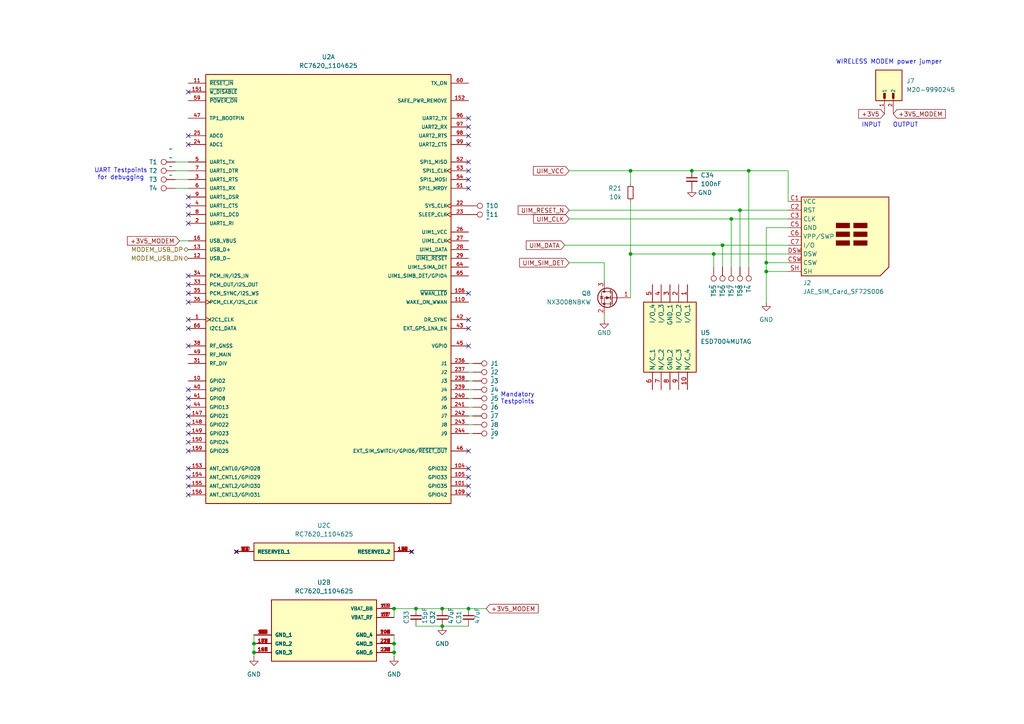
<source format=kicad_sch>
(kicad_sch (version 20250114) (generator "eeschema") (generator_version "9.0")
  (paper "A4")
  (lib_symbols
    (symbol "Connector:JAE_SIM_Card_SF72S006"
      (property "Reference" "J" (at 5.08 12.7 0))
      (property "Value" "JAE_SIM_Card_SF72S006" (at 30.48 12.7 0))
      (symbol "JAE_SIM_Card_SF72S006_0_1"
        (polyline (pts (xy 3.81 11.43) (xy 3.81 -11.43) (xy 26.67 -11.43) (xy 29.21 -8.89) (xy 29.21 11.43) (xy 3.81 11.43)) (stroke (width 0.254)) (fill (type background)))
        (rectangle (start 13.97 2.54) (end 17.78 3.81) (stroke (width 0.254)) (fill (type outline)))
        (rectangle (start 13.97 0) (end 17.78 1.27) (stroke (width 0.254)) (fill (type outline)))
        (rectangle (start 13.97 -2.54) (end 17.78 -1.27) (stroke (width 0.254)) (fill (type outline)))
        (rectangle (start 19.05 2.54) (end 22.86 3.81) (stroke (width 0.254)) (fill (type outline)))
        (rectangle (start 19.05 0) (end 22.86 1.27) (stroke (width 0.254)) (fill (type outline)))
        (rectangle (start 19.05 -1.27) (end 22.86 -2.54) (stroke (width 0.254)) (fill (type outline)))
      )
      (symbol "JAE_SIM_Card_SF72S006_1_1"
        (pin power_in line (at 0 10.16 0) (length 3.81) (name "VCC") (number "C1"))
        (pin input line (at 0 7.62 0) (length 3.81) (name "RST") (number "C2"))
        (pin input line (at 0 5.08 0) (length 3.81) (name "CLK") (number "C3"))
        (pin power_in line (at 0 2.54 0) (length 3.81) (name "GND") (number "C5"))
        (pin bidirectional line (at 0 0 0) (length 3.81) (name "VPP/SWP") (number "C6"))
        (pin bidirectional line (at 0 -2.54 0) (length 3.81) (name "I/O") (number "C7"))
        (pin passive line (at 0 -5.08 0) (length 3.81) (name "DSW") (number "DSW"))
        (pin passive line (at 0 -7.62 0) (length 3.81) (name "CSW") (number "CSW"))
        (pin passive line (at 0 -10.16 0) (length 3.81) (name "SH") (number "SH"))
      )
    )
    (symbol "Connector:TestPoint" (pin_numbers (hide yes)) (pin_names (offset 0.762) (hide yes))
      (property "Reference" "TP" (at 0 6.858 0))
      (property "Value" "TestPoint" (at 0 5.08 0))
      (symbol "TestPoint_0_1"
        (circle (center 0 3.302) (radius 0.762))
      )
      (symbol "TestPoint_1_1"
        (pin passive line (at 0 0 90) (length 2.54) (name "1") (number "1"))
      )
    )
    (symbol "Device:C_Small" (pin_numbers (hide yes)) (pin_names (offset 0.254) (hide yes))
      (property "Reference" "C" (at 0.254 1.778 0))
      (property "Value" "C_Small" (at 0.254 -2.032 0))
      (symbol "C_Small_0_1"
        (polyline (pts (xy -1.524 0.508) (xy 1.524 0.508)) (stroke (width 0.3048)))
        (polyline (pts (xy -1.524 -0.508) (xy 1.524 -0.508)) (stroke (width 0.3302)))
      )
      (symbol "C_Small_1_1"
        (pin passive line (at 0 2.54 270) (length 2.032) (name "~") (number "1"))
        (pin passive line (at 0 -2.54 90) (length 2.032) (name "~") (number "2"))
      )
    )
    (symbol "Device:Q_NMOS_GSD" (pin_names (offset 0) (hide yes))
      (property "Reference" "Q" (at 5.08 1.27 0))
      (property "Value" "Q_NMOS_GSD" (at 5.08 -1.27 0))
      (symbol "Q_NMOS_GSD_0_1"
        (polyline (pts (xy 0.254 1.905) (xy 0.254 -1.905)) (stroke (width 0.254)))
        (polyline (pts (xy 0.254 0) (xy -2.54 0)))
        (polyline (pts (xy 0.762 2.286) (xy 0.762 1.27)) (stroke (width 0.254)))
        (polyline (pts (xy 0.762 0.508) (xy 0.762 -0.508)) (stroke (width 0.254)))
        (polyline (pts (xy 0.762 -1.27) (xy 0.762 -2.286)) (stroke (width 0.254)))
        (polyline (pts (xy 0.762 -1.778) (xy 3.302 -1.778) (xy 3.302 1.778) (xy 0.762 1.778)))
        (polyline (pts (xy 1.016 0) (xy 2.032 0.381) (xy 2.032 -0.381) (xy 1.016 0)) (fill (type outline)))
        (circle (center 1.651 0) (radius 2.794) (stroke (width 0.254)))
        (polyline (pts (xy 2.54 2.54) (xy 2.54 1.778)))
        (circle (center 2.54 1.778) (radius 0.254) (fill (type outline)))
        (circle (center 2.54 -1.778) (radius 0.254) (fill (type outline)))
        (polyline (pts (xy 2.54 -2.54) (xy 2.54 0) (xy 0.762 0)))
        (polyline (pts (xy 2.794 0.508) (xy 2.921 0.381) (xy 3.683 0.381) (xy 3.81 0.254)))
        (polyline (pts (xy 3.302 0.381) (xy 2.921 -0.254) (xy 3.683 -0.254) (xy 3.302 0.381)))
      )
      (symbol "Q_NMOS_GSD_1_1"
        (pin input line (at -5.08 0 0) (length 2.54) (name "G") (number "1"))
        (pin passive line (at 2.54 5.08 270) (length 2.54) (name "D") (number "3"))
        (pin passive line (at 2.54 -5.08 90) (length 2.54) (name "S") (number "2"))
      )
    )
    (symbol "Device:R_Small" (pin_numbers (hide yes)) (pin_names (offset 0.254) (hide yes))
      (property "Reference" "R" (at 0.762 0.508 0))
      (property "Value" "R_Small" (at 0.762 -1.016 0))
      (symbol "R_Small_0_1"
        (rectangle (start -0.762 1.778) (end 0.762 -1.778) (stroke (width 0.2032)))
      )
      (symbol "R_Small_1_1"
        (pin passive line (at 0 2.54 270) (length 0.762) (name "~") (number "1"))
        (pin passive line (at 0 -2.54 90) (length 0.762) (name "~") (number "2"))
      )
    )
    (symbol "ESD7004MUTAG:ESD7004MUTAG"
      (property "Reference" "U" (at 26.67 7.62 0))
      (property "Value" "ESD7004MUTAG" (at 26.67 5.08 0))
      (symbol "ESD7004MUTAG_1_1"
        (rectangle (start 5.08 2.54) (end 25.4 -12.7) (stroke (width 0.254)) (fill (type background)))
        (pin passive line (at 0 0 0) (length 5.08) (name "I/O_1") (number "1"))
        (pin passive line (at 0 -2.54 0) (length 5.08) (name "I/O_2") (number "2"))
        (pin passive line (at 0 -5.08 0) (length 5.08) (name "GND_1") (number "3"))
        (pin passive line (at 0 -7.62 0) (length 5.08) (name "I/O_3") (number "4"))
        (pin passive line (at 0 -10.16 0) (length 5.08) (name "I/O_4") (number "5"))
        (pin passive line (at 30.48 0 180) (length 5.08) (name "N/C_4") (number "10"))
        (pin passive line (at 30.48 -2.54 180) (length 5.08) (name "N/C_3") (number "9"))
        (pin passive line (at 30.48 -5.08 180) (length 5.08) (name "GND_2") (number "8"))
        (pin passive line (at 30.48 -7.62 180) (length 5.08) (name "N/C_2") (number "7"))
        (pin passive line (at 30.48 -10.16 180) (length 5.08) (name "N/C_1") (number "6"))
      )
    )
    (symbol "M20-9990245:M20-9990245" (pin_names (offset 1.016))
      (property "Reference" "J" (at -5.08 5.842 0))
      (property "Value" "M20-9990245" (at -5.08 -5.08 0))
      (symbol "M20-9990245_0_0"
        (rectangle (start -3.81 -2.54) (end 5.08 5.08) (stroke (width 0.254)) (fill (type background)))
        (rectangle (start -3.175 2.2225) (end -1.5875 2.8575) (stroke (width 0.1)) (fill (type outline)))
        (rectangle (start -3.175 -0.3175) (end -1.5875 0.3175) (stroke (width 0.1)) (fill (type outline)))
        (pin passive line (at -7.62 2.54 0) (length 5.08) (name "1") (number "1"))
        (pin passive line (at -7.62 0 0) (length 5.08) (name "2") (number "2"))
      )
    )
    (symbol "RC7620_1104625:RC7620_1104625" (pin_names (offset 1.016))
      (property "Reference" "U" (at -35.56 61.722 0))
      (property "Value" "RC7620_1104625" (at -35.56 -66.04 0))
      (symbol "RC7620_1104625_1_0"
        (rectangle (start -35.56 -63.5) (end 35.56 60.96) (stroke (width 0.254)) (fill (type background)))
        (pin input line (at -40.64 58.42 0) (length 5.08) (name "~{RESET_IN}") (number "11"))
        (pin input line (at -40.64 55.88 0) (length 5.08) (name "~{W_DISABLE}") (number "151"))
        (pin input line (at -40.64 53.34 0) (length 5.08) (name "~{POWER_ON}") (number "59"))
        (pin input line (at -40.64 48.26 0) (length 5.08) (name "TP1_BOOTPIN") (number "47"))
        (pin input line (at -40.64 43.18 0) (length 5.08) (name "ADC0") (number "25"))
        (pin input line (at -40.64 40.64 0) (length 5.08) (name "ADC1") (number "24"))
        (pin input line (at -40.64 35.56 0) (length 5.08) (name "UART1_TX") (number "5"))
        (pin input line (at -40.64 33.02 0) (length 5.08) (name "UART1_DTR") (number "7"))
        (pin input line (at -40.64 30.48 0) (length 5.08) (name "UART1_RTS") (number "3"))
        (pin output line (at -40.64 27.94 0) (length 5.08) (name "UART1_RX") (number "6"))
        (pin output line (at -40.64 25.4 0) (length 5.08) (name "UART1_DSR") (number "9"))
        (pin output line (at -40.64 22.86 0) (length 5.08) (name "UART1_CTS") (number "4"))
        (pin output line (at -40.64 20.32 0) (length 5.08) (name "UART1_DCD") (number "8"))
        (pin output line (at -40.64 17.78 0) (length 5.08) (name "UART1_RI") (number "2"))
        (pin power_in line (at -40.64 12.7 0) (length 5.08) (name "USB_VBUS") (number "16"))
        (pin bidirectional line (at -40.64 10.16 0) (length 5.08) (name "USB_D+") (number "13"))
        (pin bidirectional line (at -40.64 7.62 0) (length 5.08) (name "USB_D-") (number "12"))
        (pin input line (at -40.64 2.54 0) (length 5.08) (name "PCM_IN/I2S_IN") (number "34"))
        (pin output line (at -40.64 0 0) (length 5.08) (name "PCM_OUT/I2S_OUT") (number "33"))
        (pin output line (at -40.64 -2.54 0) (length 5.08) (name "PCM_SYNC/I2S_WS") (number "35"))
        (pin output clock (at -40.64 -5.08 0) (length 5.08) (name "PCM_CLK/I2S_CLK") (number "36"))
        (pin bidirectional clock (at -40.64 -10.16 0) (length 5.08) (name "I2C1_CLK") (number "1"))
        (pin bidirectional line (at -40.64 -12.7 0) (length 5.08) (name "I2C1_DATA") (number "66"))
        (pin input line (at -40.64 -17.78 0) (length 5.08) (name "RF_GNSS") (number "38"))
        (pin bidirectional line (at -40.64 -20.32 0) (length 5.08) (name "RF_MAIN") (number "49"))
        (pin input line (at -40.64 -22.86 0) (length 5.08) (name "RF_DIV") (number "31"))
        (pin bidirectional line (at -40.64 -27.94 0) (length 5.08) (name "GPIO2") (number "10"))
        (pin bidirectional line (at -40.64 -30.48 0) (length 5.08) (name "GPIO7") (number "40"))
        (pin bidirectional line (at -40.64 -33.02 0) (length 5.08) (name "GPIO8") (number "41"))
        (pin bidirectional line (at -40.64 -35.56 0) (length 5.08) (name "GPIO13") (number "44"))
        (pin bidirectional line (at -40.64 -38.1 0) (length 5.08) (name "GPIO21") (number "147"))
        (pin bidirectional line (at -40.64 -40.64 0) (length 5.08) (name "GPIO22") (number "148"))
        (pin bidirectional line (at -40.64 -43.18 0) (length 5.08) (name "GPIO23") (number "149"))
        (pin bidirectional line (at -40.64 -45.72 0) (length 5.08) (name "GPIO24") (number "150"))
        (pin bidirectional line (at -40.64 -48.26 0) (length 5.08) (name "GPIO25") (number "159"))
        (pin bidirectional line (at -40.64 -53.34 0) (length 5.08) (name "ANT_CNTL0/GPIO28") (number "153"))
        (pin bidirectional line (at -40.64 -55.88 0) (length 5.08) (name "ANT_CNTL1/GPIO29") (number "154"))
        (pin bidirectional line (at -40.64 -58.42 0) (length 5.08) (name "ANT_CNTL2/GPIO30") (number "155"))
        (pin bidirectional line (at -40.64 -60.96 0) (length 5.08) (name "ANT_CNTL3/GPIO31") (number "156"))
        (pin output line (at 40.64 58.42 180) (length 5.08) (name "TX_ON") (number "60"))
        (pin output line (at 40.64 53.34 180) (length 5.08) (name "SAFE_PWR_REMOVE") (number "152"))
        (pin input line (at 40.64 48.26 180) (length 5.08) (name "UART2_TX") (number "96"))
        (pin output line (at 40.64 45.72 180) (length 5.08) (name "UART2_RX") (number "97"))
        (pin input line (at 40.64 43.18 180) (length 5.08) (name "UART2_RTS") (number "98"))
        (pin output line (at 40.64 40.64 180) (length 5.08) (name "UART2_CTS") (number "99"))
        (pin input line (at 40.64 35.56 180) (length 5.08) (name "SPI1_MISO") (number "52"))
        (pin output clock (at 40.64 33.02 180) (length 5.08) (name "SPI1_CLK") (number "53"))
        (pin output line (at 40.64 30.48 180) (length 5.08) (name "SPI1_MOSI") (number "54"))
        (pin output line (at 40.64 27.94 180) (length 5.08) (name "SPI1_MRDY") (number "51"))
        (pin output clock (at 40.64 22.86 180) (length 5.08) (name "SYS_CLK") (number "22"))
        (pin output clock (at 40.64 20.32 180) (length 5.08) (name "SLEEP_CLK") (number "23"))
        (pin power_in line (at 40.64 15.24 180) (length 5.08) (name "UIM1_VCC") (number "26"))
        (pin output clock (at 40.64 12.7 180) (length 5.08) (name "UIM1_CLK") (number "27"))
        (pin bidirectional line (at 40.64 10.16 180) (length 5.08) (name "UIM1_DATA") (number "28"))
        (pin output line (at 40.64 7.62 180) (length 5.08) (name "~{UIM1_RESET}") (number "29"))
        (pin input line (at 40.64 5.08 180) (length 5.08) (name "UIM1_SIMA_DET") (number "64"))
        (pin input line (at 40.64 2.54 180) (length 5.08) (name "UIM1_SIMB_DET/GPIO4") (number "65"))
        (pin output line (at 40.64 -2.54 180) (length 5.08) (name "~{WWAN_LED}") (number "106"))
        (pin output line (at 40.64 -5.08 180) (length 5.08) (name "WAKE_ON_WWAN") (number "110"))
        (pin output line (at 40.64 -10.16 180) (length 5.08) (name "DR_SYNC") (number "42"))
        (pin output line (at 40.64 -12.7 180) (length 5.08) (name "EXT_GPS_LNA_EN") (number "43"))
        (pin output line (at 40.64 -17.78 180) (length 5.08) (name "VGPIO") (number "45"))
        (pin bidirectional line (at 40.64 -22.86 180) (length 5.08) (name "J1") (number "236"))
        (pin bidirectional line (at 40.64 -25.4 180) (length 5.08) (name "J2") (number "237"))
        (pin bidirectional line (at 40.64 -27.94 180) (length 5.08) (name "J3") (number "238"))
        (pin bidirectional line (at 40.64 -30.48 180) (length 5.08) (name "J4") (number "239"))
        (pin bidirectional line (at 40.64 -33.02 180) (length 5.08) (name "J5") (number "240"))
        (pin bidirectional line (at 40.64 -35.56 180) (length 5.08) (name "J6") (number "241"))
        (pin bidirectional line (at 40.64 -38.1 180) (length 5.08) (name "J7") (number "242"))
        (pin bidirectional line (at 40.64 -40.64 180) (length 5.08) (name "J8") (number "243"))
        (pin bidirectional line (at 40.64 -43.18 180) (length 5.08) (name "J9") (number "244"))
        (pin bidirectional line (at 40.64 -48.26 180) (length 5.08) (name "EXT_SIM_SWITCH/GPIO6/~{RESET_OUT}") (number "46"))
        (pin bidirectional line (at 40.64 -53.34 180) (length 5.08) (name "GPIO32") (number "104"))
        (pin bidirectional line (at 40.64 -55.88 180) (length 5.08) (name "GPIO33") (number "105"))
        (pin bidirectional line (at 40.64 -58.42 180) (length 5.08) (name "GPIO35") (number "101"))
        (pin bidirectional line (at 40.64 -60.96 180) (length 5.08) (name "GPIO42") (number "109"))
      )
      (symbol "RC7620_1104625_2_0"
        (rectangle (start -15.24 -7.62) (end 15.24 10.16) (stroke (width 0.254)) (fill (type background)))
        (pin power_in line (at -20.32 0 0) (length 5.08) (name "GND_1") (number "111"))
        (pin power_in line (at -20.32 0 0) (length 5.08) (name "GND_1") (number "113"))
        (pin power_in line (at -20.32 0 0) (length 5.08) (name "GND_1") (number "125"))
        (pin power_in line (at -20.32 0 0) (length 5.08) (name "GND_1") (number "128"))
        (pin power_in line (at -20.32 0 0) (length 5.08) (name "GND_1") (number "136"))
        (pin power_in line (at -20.32 0 0) (length 5.08) (name "GND_1") (number "30"))
        (pin power_in line (at -20.32 0 0) (length 5.08) (name "GND_1") (number "32"))
        (pin power_in line (at -20.32 0 0) (length 5.08) (name "GND_1") (number "37"))
        (pin power_in line (at -20.32 0 0) (length 5.08) (name "GND_1") (number "39"))
        (pin power_in line (at -20.32 0 0) (length 5.08) (name "GND_1") (number "48"))
        (pin power_in line (at -20.32 0 0) (length 5.08) (name "GND_1") (number "50"))
        (pin power_in line (at -20.32 0 0) (length 5.08) (name "GND_1") (number "67"))
        (pin power_in line (at -20.32 0 0) (length 5.08) (name "GND_1") (number "68"))
        (pin power_in line (at -20.32 0 0) (length 5.08) (name "GND_1") (number "69"))
        (pin power_in line (at -20.32 0 0) (length 5.08) (name "GND_1") (number "70"))
        (pin power_in line (at -20.32 -2.54 0) (length 5.08) (name "GND_2") (number "139"))
        (pin power_in line (at -20.32 -2.54 0) (length 5.08) (name "GND_2") (number "167"))
        (pin power_in line (at -20.32 -2.54 0) (length 5.08) (name "GND_2") (number "168"))
        (pin power_in line (at -20.32 -2.54 0) (length 5.08) (name "GND_2") (number "169"))
        (pin power_in line (at -20.32 -2.54 0) (length 5.08) (name "GND_2") (number "170"))
        (pin power_in line (at -20.32 -2.54 0) (length 5.08) (name "GND_2") (number "171"))
        (pin power_in line (at -20.32 -2.54 0) (length 5.08) (name "GND_2") (number "172"))
        (pin power_in line (at -20.32 -2.54 0) (length 5.08) (name "GND_2") (number "173"))
        (pin power_in line (at -20.32 -2.54 0) (length 5.08) (name "GND_2") (number "174"))
        (pin power_in line (at -20.32 -2.54 0) (length 5.08) (name "GND_2") (number "175"))
        (pin power_in line (at -20.32 -2.54 0) (length 5.08) (name "GND_2") (number "176"))
        (pin power_in line (at -20.32 -2.54 0) (length 5.08) (name "GND_2") (number "177"))
        (pin power_in line (at -20.32 -2.54 0) (length 5.08) (name "GND_2") (number "178"))
        (pin power_in line (at -20.32 -2.54 0) (length 5.08) (name "GND_2") (number "179"))
        (pin power_in line (at -20.32 -2.54 0) (length 5.08) (name "GND_2") (number "180"))
        (pin power_in line (at -20.32 -5.08 0) (length 5.08) (name "GND_3") (number "181"))
        (pin power_in line (at -20.32 -5.08 0) (length 5.08) (name "GND_3") (number "182"))
        (pin power_in line (at -20.32 -5.08 0) (length 5.08) (name "GND_3") (number "183"))
        (pin power_in line (at -20.32 -5.08 0) (length 5.08) (name "GND_3") (number "184"))
        (pin power_in line (at -20.32 -5.08 0) (length 5.08) (name "GND_3") (number "185"))
        (pin power_in line (at -20.32 -5.08 0) (length 5.08) (name "GND_3") (number "186"))
        (pin power_in line (at -20.32 -5.08 0) (length 5.08) (name "GND_3") (number "187"))
        (pin power_in line (at -20.32 -5.08 0) (length 5.08) (name "GND_3") (number "188"))
        (pin power_in line (at -20.32 -5.08 0) (length 5.08) (name "GND_3") (number "189"))
        (pin power_in line (at -20.32 -5.08 0) (length 5.08) (name "GND_3") (number "190"))
        (pin power_in line (at -20.32 -5.08 0) (length 5.08) (name "GND_3") (number "191"))
        (pin power_in line (at -20.32 -5.08 0) (length 5.08) (name "GND_3") (number "192"))
        (pin power_in line (at -20.32 -5.08 0) (length 5.08) (name "GND_3") (number "193"))
        (pin power_in line (at -20.32 -5.08 0) (length 5.08) (name "GND_3") (number "194"))
        (pin power_in line (at 20.32 7.62 180) (length 5.08) (name "VBAT_BB") (number "158"))
        (pin power_in line (at 20.32 7.62 180) (length 5.08) (name "VBAT_BB") (number "63"))
        (pin power_in line (at 20.32 5.08 180) (length 5.08) (name "VBAT_RF") (number "157"))
        (pin power_in line (at 20.32 5.08 180) (length 5.08) (name "VBAT_RF") (number "61"))
        (pin power_in line (at 20.32 5.08 180) (length 5.08) (name "VBAT_RF") (number "62"))
        (pin power_in line (at 20.32 0 180) (length 5.08) (name "GND_4") (number "195"))
        (pin power_in line (at 20.32 0 180) (length 5.08) (name "GND_4") (number "196"))
        (pin power_in line (at 20.32 0 180) (length 5.08) (name "GND_4") (number "197"))
        (pin power_in line (at 20.32 0 180) (length 5.08) (name "GND_4") (number "198"))
        (pin power_in line (at 20.32 0 180) (length 5.08) (name "GND_4") (number "199"))
        (pin power_in line (at 20.32 0 180) (length 5.08) (name "GND_4") (number "200"))
        (pin power_in line (at 20.32 0 180) (length 5.08) (name "GND_4") (number "201"))
        (pin power_in line (at 20.32 0 180) (length 5.08) (name "GND_4") (number "202"))
        (pin power_in line (at 20.32 0 180) (length 5.08) (name "GND_4") (number "203"))
        (pin power_in line (at 20.32 0 180) (length 5.08) (name "GND_4") (number "204"))
        (pin power_in line (at 20.32 0 180) (length 5.08) (name "GND_4") (number "205"))
        (pin power_in line (at 20.32 0 180) (length 5.08) (name "GND_4") (number "206"))
        (pin power_in line (at 20.32 0 180) (length 5.08) (name "GND_4") (number "207"))
        (pin power_in line (at 20.32 0 180) (length 5.08) (name "GND_4") (number "208"))
        (pin power_in line (at 20.32 0 180) (length 5.08) (name "GND_4") (number "209"))
        (pin power_in line (at 20.32 -2.54 180) (length 5.08) (name "GND_5") (number "210"))
        (pin power_in line (at 20.32 -2.54 180) (length 5.08) (name "GND_5") (number "211"))
        (pin power_in line (at 20.32 -2.54 180) (length 5.08) (name "GND_5") (number "212"))
        (pin power_in line (at 20.32 -2.54 180) (length 5.08) (name "GND_5") (number "213"))
        (pin power_in line (at 20.32 -2.54 180) (length 5.08) (name "GND_5") (number "214"))
        (pin power_in line (at 20.32 -2.54 180) (length 5.08) (name "GND_5") (number "215"))
        (pin power_in line (at 20.32 -2.54 180) (length 5.08) (name "GND_5") (number "216"))
        (pin power_in line (at 20.32 -2.54 180) (length 5.08) (name "GND_5") (number "217"))
        (pin power_in line (at 20.32 -2.54 180) (length 5.08) (name "GND_5") (number "218"))
        (pin power_in line (at 20.32 -2.54 180) (length 5.08) (name "GND_5") (number "219"))
        (pin power_in line (at 20.32 -2.54 180) (length 5.08) (name "GND_5") (number "220"))
        (pin power_in line (at 20.32 -2.54 180) (length 5.08) (name "GND_5") (number "221"))
        (pin power_in line (at 20.32 -2.54 180) (length 5.08) (name "GND_5") (number "222"))
        (pin power_in line (at 20.32 -2.54 180) (length 5.08) (name "GND_5") (number "223"))
        (pin power_in line (at 20.32 -2.54 180) (length 5.08) (name "GND_5") (number "224"))
        (pin power_in line (at 20.32 -5.08 180) (length 5.08) (name "GND_6") (number "225"))
        (pin power_in line (at 20.32 -5.08 180) (length 5.08) (name "GND_6") (number "226"))
        (pin power_in line (at 20.32 -5.08 180) (length 5.08) (name "GND_6") (number "227"))
        (pin power_in line (at 20.32 -5.08 180) (length 5.08) (name "GND_6") (number "228"))
        (pin power_in line (at 20.32 -5.08 180) (length 5.08) (name "GND_6") (number "229"))
        (pin power_in line (at 20.32 -5.08 180) (length 5.08) (name "GND_6") (number "230"))
        (pin power_in line (at 20.32 -5.08 180) (length 5.08) (name "GND_6") (number "231"))
        (pin power_in line (at 20.32 -5.08 180) (length 5.08) (name "GND_6") (number "232"))
        (pin power_in line (at 20.32 -5.08 180) (length 5.08) (name "GND_6") (number "233"))
        (pin power_in line (at 20.32 -5.08 180) (length 5.08) (name "GND_6") (number "234"))
      )
      (symbol "RC7620_1104625_3_0"
        (rectangle (start -20.32 -2.54) (end 20.32 2.54) (stroke (width 0.254)) (fill (type background)))
        (pin no_connect line (at -25.4 0 0) (length 5.08) (name "RESERVED_1") (number "100"))
        (pin no_connect line (at -25.4 0 0) (length 5.08) (name "RESERVED_1") (number "14"))
        (pin no_connect line (at -25.4 0 0) (length 5.08) (name "RESERVED_1") (number "15"))
        (pin no_connect line (at -25.4 0 0) (length 5.08) (name "RESERVED_1") (number "17"))
        (pin no_connect line (at -25.4 0 0) (length 5.08) (name "RESERVED_1") (number "18"))
        (pin no_connect line (at -25.4 0 0) (length 5.08) (name "RESERVED_1") (number "19"))
        (pin no_connect line (at -25.4 0 0) (length 5.08) (name "RESERVED_1") (number "20"))
        (pin no_connect line (at -25.4 0 0) (length 5.08) (name "RESERVED_1") (number "21"))
        (pin no_connect line (at -25.4 0 0) (length 5.08) (name "RESERVED_1") (number "55"))
        (pin no_connect line (at -25.4 0 0) (length 5.08) (name "RESERVED_1") (number "56"))
        (pin no_connect line (at -25.4 0 0) (length 5.08) (name "RESERVED_1") (number "57"))
        (pin no_connect line (at -25.4 0 0) (length 5.08) (name "RESERVED_1") (number "58"))
        (pin no_connect line (at -25.4 0 0) (length 5.08) (name "RESERVED_1") (number "71"))
        (pin no_connect line (at -25.4 0 0) (length 5.08) (name "RESERVED_1") (number "72"))
        (pin no_connect line (at -25.4 0 0) (length 5.08) (name "RESERVED_1") (number "73"))
        (pin no_connect line (at -25.4 0 0) (length 5.08) (name "RESERVED_1") (number "74"))
        (pin no_connect line (at -25.4 0 0) (length 5.08) (name "RESERVED_1") (number "75"))
        (pin no_connect line (at -25.4 0 0) (length 5.08) (name "RESERVED_1") (number "76"))
        (pin no_connect line (at -25.4 0 0) (length 5.08) (name "RESERVED_1") (number "77"))
        (pin no_connect line (at -25.4 0 0) (length 5.08) (name "RESERVED_1") (number "78"))
        (pin no_connect line (at -25.4 0 0) (length 5.08) (name "RESERVED_1") (number "79"))
        (pin no_connect line (at -25.4 0 0) (length 5.08) (name "RESERVED_1") (number "80"))
        (pin no_connect line (at -25.4 0 0) (length 5.08) (name "RESERVED_1") (number "81"))
        (pin no_connect line (at -25.4 0 0) (length 5.08) (name "RESERVED_1") (number "82"))
        (pin no_connect line (at -25.4 0 0) (length 5.08) (name "RESERVED_1") (number "83"))
        (pin no_connect line (at -25.4 0 0) (length 5.08) (name "RESERVED_1") (number "84"))
        (pin no_connect line (at -25.4 0 0) (length 5.08) (name "RESERVED_1") (number "85"))
        (pin no_connect line (at -25.4 0 0) (length 5.08) (name "RESERVED_1") (number "86"))
        (pin no_connect line (at -25.4 0 0) (length 5.08) (name "RESERVED_1") (number "87"))
        (pin no_connect line (at -25.4 0 0) (length 5.08) (name "RESERVED_1") (number "88"))
        (pin no_connect line (at -25.4 0 0) (length 5.08) (name "RESERVED_1") (number "89"))
        (pin no_connect line (at -25.4 0 0) (length 5.08) (name "RESERVED_1") (number "90"))
        (pin no_connect line (at -25.4 0 0) (length 5.08) (name "RESERVED_1") (number "91"))
        (pin no_connect line (at -25.4 0 0) (length 5.08) (name "RESERVED_1") (number "92"))
        (pin no_connect line (at -25.4 0 0) (length 5.08) (name "RESERVED_1") (number "93"))
        (pin no_connect line (at -25.4 0 0) (length 5.08) (name "RESERVED_1") (number "94"))
        (pin no_connect line (at -25.4 0 0) (length 5.08) (name "RESERVED_1") (number "95"))
        (pin no_connect line (at 25.4 0 180) (length 5.08) (name "RESERVED_2") (number "102"))
        (pin no_connect line (at 25.4 0 180) (length 5.08) (name "RESERVED_2") (number "103"))
        (pin no_connect line (at 25.4 0 180) (length 5.08) (name "RESERVED_2") (number "107"))
        (pin no_connect line (at 25.4 0 180) (length 5.08) (name "RESERVED_2") (number "108"))
        (pin no_connect line (at 25.4 0 180) (length 5.08) (name "RESERVED_2") (number "114"))
        (pin no_connect line (at 25.4 0 180) (length 5.08) (name "RESERVED_2") (number "115"))
        (pin no_connect line (at 25.4 0 180) (length 5.08) (name "RESERVED_2") (number "116"))
        (pin no_connect line (at 25.4 0 180) (length 5.08) (name "RESERVED_2") (number "117"))
        (pin no_connect line (at 25.4 0 180) (length 5.08) (name "RESERVED_2") (number "118"))
        (pin no_connect line (at 25.4 0 180) (length 5.08) (name "RESERVED_2") (number "119"))
        (pin no_connect line (at 25.4 0 180) (length 5.08) (name "RESERVED_2") (number "120"))
        (pin no_connect line (at 25.4 0 180) (length 5.08) (name "RESERVED_2") (number "121"))
        (pin no_connect line (at 25.4 0 180) (length 5.08) (name "RESERVED_2") (number "122"))
        (pin no_connect line (at 25.4 0 180) (length 5.08) (name "RESERVED_2") (number "123"))
        (pin no_connect line (at 25.4 0 180) (length 5.08) (name "RESERVED_2") (number "124"))
        (pin no_connect line (at 25.4 0 180) (length 5.08) (name "RESERVED_2") (number "129"))
        (pin no_connect line (at 25.4 0 180) (length 5.08) (name "RESERVED_2") (number "130"))
        (pin no_connect line (at 25.4 0 180) (length 5.08) (name "RESERVED_2") (number "131"))
        (pin no_connect line (at 25.4 0 180) (length 5.08) (name "RESERVED_2") (number "132"))
        (pin no_connect line (at 25.4 0 180) (length 5.08) (name "RESERVED_2") (number "133"))
        (pin no_connect line (at 25.4 0 180) (length 5.08) (name "RESERVED_2") (number "134"))
        (pin no_connect line (at 25.4 0 180) (length 5.08) (name "RESERVED_2") (number "135"))
        (pin no_connect line (at 25.4 0 180) (length 5.08) (name "RESERVED_2") (number "140"))
        (pin no_connect line (at 25.4 0 180) (length 5.08) (name "RESERVED_2") (number "141"))
        (pin no_connect line (at 25.4 0 180) (length 5.08) (name "RESERVED_2") (number "142"))
        (pin no_connect line (at 25.4 0 180) (length 5.08) (name "RESERVED_2") (number "143"))
        (pin no_connect line (at 25.4 0 180) (length 5.08) (name "RESERVED_2") (number "144"))
        (pin no_connect line (at 25.4 0 180) (length 5.08) (name "RESERVED_2") (number "145"))
        (pin no_connect line (at 25.4 0 180) (length 5.08) (name "RESERVED_2") (number "146"))
        (pin no_connect line (at 25.4 0 180) (length 5.08) (name "RESERVED_2") (number "160"))
        (pin no_connect line (at 25.4 0 180) (length 5.08) (name "RESERVED_2") (number "161"))
        (pin no_connect line (at 25.4 0 180) (length 5.08) (name "RESERVED_2") (number "162"))
        (pin no_connect line (at 25.4 0 180) (length 5.08) (name "RESERVED_2") (number "163"))
        (pin no_connect line (at 25.4 0 180) (length 5.08) (name "RESERVED_2") (number "164"))
        (pin no_connect line (at 25.4 0 180) (length 5.08) (name "RESERVED_2") (number "165"))
        (pin no_connect line (at 25.4 0 180) (length 5.08) (name "RESERVED_2") (number "166"))
      )
    )
    (symbol "power:GND" (power) (pin_numbers (hide yes)) (pin_names (offset 0) (hide yes))
      (property "Value" "GND" (at 0 -3.81 0))
      (symbol "GND_0_1"
        (polyline (pts (xy 0 0) (xy 0 -1.27) (xy 1.27 -1.27) (xy 0 -2.54) (xy -1.27 -1.27) (xy 0 -1.27)))
      )
      (symbol "GND_1_1"
        (pin power_in line (at 0 0 270) (length 0) (name "~") (number "1"))
      )
    )
  )
  (text "INPUT" (at 252.73 36.322 0) (effects (font (size 1.27 1.27))))
  (text "Mandatory\nTestpoints" (at 150.114 115.57 0) (effects (font (size 1.27 1.27))))
  (text "OUTPUT\n" (at 262.636 36.322 0) (effects (font (size 1.27 1.27))))
  (text "UART Testpoints\nfor debugging" (at 35.052 50.546 0) (effects (font (size 1.27 1.27))))
  (text "WIRELESS MODEM power jumper" (at 257.81 18.034 0) (effects (font (size 1.27 1.27))))
  (junction (at 222.25 76.2))
  (junction (at 209.55 71.12))
  (junction (at 128.27 176.53))
  (junction (at 135.89 176.53))
  (junction (at 222.25 78.74))
  (junction (at 182.88 73.66))
  (junction (at 214.63 60.96))
  (junction (at 212.09 63.5))
  (junction (at 182.88 49.53))
  (junction (at 200.66 49.53))
  (junction (at 207.01 73.66))
  (junction (at 217.17 49.53))
  (junction (at 114.3 189.23))
  (junction (at 128.27 181.61))
  (junction (at 73.66 189.23))
  (junction (at 114.3 186.69))
  (junction (at 120.65 176.53))
  (junction (at 114.3 176.53))
  (junction (at 73.66 186.69))
  (no_connect (at 54.61 95.25))
  (no_connect (at 54.61 57.15))
  (no_connect (at 135.89 46.99))
  (no_connect (at 135.89 143.51))
  (no_connect (at 119.38 160.02))
  (no_connect (at 135.89 138.43))
  (no_connect (at 135.89 36.83))
  (no_connect (at 54.61 39.37))
  (no_connect (at 54.61 59.69))
  (no_connect (at 54.61 113.03))
  (no_connect (at 54.61 143.51))
  (no_connect (at 54.61 130.81))
  (no_connect (at 54.61 64.77))
  (no_connect (at 135.89 100.33))
  (no_connect (at 54.61 135.89))
  (no_connect (at 135.89 135.89))
  (no_connect (at 54.61 62.23))
  (no_connect (at 135.89 54.61))
  (no_connect (at 54.61 118.11))
  (no_connect (at 54.61 138.43))
  (no_connect (at 54.61 85.09))
  (no_connect (at 68.58 160.02))
  (no_connect (at 135.89 92.71))
  (no_connect (at 54.61 41.91))
  (no_connect (at 54.61 100.33))
  (no_connect (at 54.61 92.71))
  (no_connect (at 135.89 140.97))
  (no_connect (at 135.89 39.37))
  (no_connect (at 54.61 140.97))
  (no_connect (at 135.89 41.91))
  (no_connect (at 54.61 125.73))
  (no_connect (at 54.61 80.01))
  (no_connect (at 54.61 82.55))
  (no_connect (at 135.89 130.81))
  (no_connect (at 135.89 49.53))
  (no_connect (at 135.89 34.29))
  (no_connect (at 54.61 120.65))
  (no_connect (at 135.89 85.09))
  (no_connect (at 54.61 128.27))
  (no_connect (at 54.61 26.67))
  (no_connect (at 135.89 95.25))
  (no_connect (at 54.61 87.63))
  (no_connect (at 135.89 52.07))
  (no_connect (at 54.61 123.19))
  (no_connect (at 54.61 115.57))
  (wire (pts (xy 120.65 176.53) (xy 128.27 176.53)))
  (wire (pts (xy 228.6 63.5) (xy 212.09 63.5)))
  (wire (pts (xy 222.25 66.04) (xy 222.25 76.2)))
  (wire (pts (xy 120.65 181.61) (xy 128.27 181.61)))
  (wire (pts (xy 214.63 60.96) (xy 214.63 77.47)))
  (wire (pts (xy 114.3 189.23) (xy 114.3 190.5)))
  (wire (pts (xy 182.88 49.53) (xy 182.88 53.34)))
  (wire (pts (xy 182.88 73.66) (xy 182.88 86.36)))
  (wire (pts (xy 222.25 78.74) (xy 228.6 78.74)))
  (wire (pts (xy 128.27 176.53) (xy 135.89 176.53)))
  (wire (pts (xy 114.3 184.15) (xy 114.3 186.69)))
  (wire (pts (xy 137.16 107.95) (xy 135.89 107.95)))
  (wire (pts (xy 52.07 69.85) (xy 54.61 69.85)))
  (wire (pts (xy 228.6 66.04) (xy 222.25 66.04)))
  (wire (pts (xy 137.16 115.57) (xy 135.89 115.57)))
  (wire (pts (xy 73.66 184.15) (xy 73.66 186.69)))
  (wire (pts (xy 165.1 49.53) (xy 182.88 49.53)))
  (wire (pts (xy 137.16 118.11) (xy 135.89 118.11)))
  (wire (pts (xy 135.89 176.53) (xy 140.97 176.53)))
  (wire (pts (xy 128.27 181.61) (xy 135.89 181.61)))
  (wire (pts (xy 137.16 105.41) (xy 135.89 105.41)))
  (wire (pts (xy 50.8 52.07) (xy 54.61 52.07)))
  (wire (pts (xy 222.25 76.2) (xy 222.25 78.74)))
  (wire (pts (xy 228.6 73.66) (xy 207.01 73.66)))
  (wire (pts (xy 137.16 113.03) (xy 135.89 113.03)))
  (wire (pts (xy 114.3 176.53) (xy 120.65 176.53)))
  (wire (pts (xy 50.8 46.99) (xy 54.61 46.99)))
  (wire (pts (xy 209.55 71.12) (xy 209.55 77.47)))
  (wire (pts (xy 50.8 49.53) (xy 54.61 49.53)))
  (wire (pts (xy 212.09 63.5) (xy 212.09 77.47)))
  (wire (pts (xy 137.16 123.19) (xy 135.89 123.19)))
  (wire (pts (xy 114.3 176.53) (xy 114.3 179.07)))
  (wire (pts (xy 228.6 60.96) (xy 214.63 60.96)))
  (wire (pts (xy 182.88 49.53) (xy 200.66 49.53)))
  (wire (pts (xy 137.16 110.49) (xy 135.89 110.49)))
  (wire (pts (xy 228.6 49.53) (xy 228.6 58.42)))
  (wire (pts (xy 163.83 71.12) (xy 209.55 71.12)))
  (wire (pts (xy 182.88 58.42) (xy 182.88 73.66)))
  (wire (pts (xy 165.1 76.2) (xy 175.26 76.2)))
  (wire (pts (xy 73.66 186.69) (xy 73.66 189.23)))
  (wire (pts (xy 222.25 76.2) (xy 228.6 76.2)))
  (wire (pts (xy 200.66 49.53) (xy 217.17 49.53)))
  (wire (pts (xy 217.17 49.53) (xy 217.17 77.47)))
  (wire (pts (xy 73.66 189.23) (xy 73.66 190.5)))
  (wire (pts (xy 50.8 54.61) (xy 54.61 54.61)))
  (wire (pts (xy 207.01 73.66) (xy 182.88 73.66)))
  (wire (pts (xy 214.63 60.96) (xy 165.1 60.96)))
  (wire (pts (xy 137.16 125.73) (xy 135.89 125.73)))
  (wire (pts (xy 209.55 71.12) (xy 228.6 71.12)))
  (wire (pts (xy 175.26 92.71) (xy 175.26 91.44)))
  (wire (pts (xy 217.17 49.53) (xy 228.6 49.53)))
  (wire (pts (xy 114.3 186.69) (xy 114.3 189.23)))
  (wire (pts (xy 212.09 63.5) (xy 165.1 63.5)))
  (wire (pts (xy 175.26 76.2) (xy 175.26 81.28)))
  (wire (pts (xy 137.16 120.65) (xy 135.89 120.65)))
  (wire (pts (xy 222.25 78.74) (xy 222.25 87.63)))
  (wire (pts (xy 207.01 73.66) (xy 207.01 77.47)))
  (global_label "UIM_CLK" (shape input) (at 165.1 63.5 180) (property "Intersheetrefs" "${INTERSHEET_REFS}" (effects (hide yes))))
  (global_label "+3V5" (shape input) (at 256.54 33.02 180) (property "Intersheetrefs" "${INTERSHEET_REFS}" (effects (hide yes))))
  (global_label "UIM_SIM_DET" (shape input) (at 165.1 76.2 180) (property "Intersheetrefs" "${INTERSHEET_REFS}" (effects (hide yes))))
  (global_label "+3V5_MODEM" (shape input) (at 259.08 33.02 0) (property "Intersheetrefs" "${INTERSHEET_REFS}" (effects (hide yes))))
  (global_label "UIM_VCC" (shape input) (at 165.1 49.53 180) (property "Intersheetrefs" "${INTERSHEET_REFS}" (effects (hide yes))))
  (global_label "+3V5_MODEM" (shape input) (at 52.07 69.85 180) (property "Intersheetrefs" "${INTERSHEET_REFS}" (effects (hide yes))))
  (global_label "+3V5_MODEM" (shape input) (at 140.97 176.53 0) (property "Intersheetrefs" "${INTERSHEET_REFS}" (effects (hide yes))))
  (global_label "UIM_RESET_N" (shape input) (at 165.1 60.96 180) (property "Intersheetrefs" "${INTERSHEET_REFS}" (effects (hide yes))))
  (global_label "UIM_DATA" (shape input) (at 163.83 71.12 180) (property "Intersheetrefs" "${INTERSHEET_REFS}" (effects (hide yes))))
  (hierarchical_label "MODEM_USB_DP" (shape bidirectional) (at 54.61 72.39 180))
  (hierarchical_label "MODEM_USB_DN" (shape bidirectional) (at 54.61 74.93 180))
  (symbol (lib_id "Connector:TestPoint") (at 135.89 62.23 270) (unit 1) (in_bom no)
    (property "Reference" "T11" (at 140.97 62.23 90) (effects (justify left)))
    (property "Value" "~" (at 140.97 63.5 90) (effects (justify left)))
    (property "Footprint" "TestPoint:TestPoint_Pad_D1.0mm" (effects (hide yes)))
  )
  (symbol (lib_id "M20-9990245:M20-9990245") (at 259.08 25.4 90) (unit 1)
    (property "Reference" "J7" (at 262.89 23.4949 90) (effects (justify right)))
    (property "Value" "M20-9990245" (at 262.89 26.0349 90) (effects (justify right)))
    (property "Footprint" "M20-9990245:HARWIN_M20-9990245" (effects (hide yes)))
    (property "MF" "Harwin" (effects (hide yes)))
    (property "MAXIMUM_PACKAGE_HEIGHT" "9.64mm" (effects (hide yes)))
    (property "Package" "None" (effects (hide yes)))
    (property "Price" "None" (effects (hide yes)))
    (property "Check_prices" "https://www.snapeda.com/parts/M20-9990245/Harwin/view-part/?ref=eda" (effects (hide yes)))
    (property "STANDARD" "Manufacturer Recommendations" (effects (hide yes)))
    (property "PARTREV" "14" (effects (hide yes)))
    (property "SnapEDA_Link" "https://www.snapeda.com/parts/M20-9990245/Harwin/view-part/?ref=snap" (effects (hide yes)))
    (property "MP" "M20-9990245" (effects (hide yes)))
    (property "Description_1" "2.54mm (0.1) Pitch SIL Vertical Throughboard Pin Header, 6.1mm mating pin height, gold (hi-temp mould), 2 contacts" (effects (hide yes)))
    (property "Availability" "In Stock" (effects (hide yes)))
    (property "MANUFACTURER" "Harwin" (effects (hide yes)))
  )
  (symbol (lib_id "RC7620_1104625:RC7620_1104625") (at 95.25 82.55 0) (unit 1)
    (property "Reference" "U2" (at 95.25 16.51 0))
    (property "Value" "RC7620_1104625" (at 95.25 19.05 0))
    (property "Footprint" "RC7620_1104625:XCVR_RC7620_1104625" (effects (hide yes)))
    (property "MF" "Sierra Wireless" (effects (hide yes)))
    (property "MAXIMUM_PACKAGE_HEIGHT" "2.7mm" (effects (hide yes)))
    (property "Package" "BFLGA-239 Sierra Wireless" (effects (hide yes)))
    (property "Price" "None" (effects (hide yes)))
    (property "Check_prices" "https://www.snapeda.com/parts/RC7620_1104625/Sierra+Wireless/view-part/?ref=eda" (effects (hide yes)))
    (property "STANDARD" "Manufacturer Recommendations" (effects (hide yes)))
    (property "PARTREV" "12" (effects (hide yes)))
    (property "SnapEDA_Link" "https://www.snapeda.com/parts/RC7620_1104625/Sierra+Wireless/view-part/?ref=snap" (effects (hide yes)))
    (property "MP" "RC7620_1104625" (effects (hide yes)))
    (property "Description_1" "Cellular, Navigation 2G, 3G, 4G, EDGE, GPRS, GSM, LTE, UMTS Transceiver Module 900MHz, 1.8GHz Antenna Not Included Surface Mount" (effects (hide yes)))
    (property "MANUFACTURER" "Sierra Wireless" (effects (hide yes)))
    (property "Availability" "In Stock" (effects (hide yes)))
    (property "SNAPEDA_PN" "RC7620_1104625" (effects (hide yes)))
  )
  (symbol (lib_id "ESD7004MUTAG:ESD7004MUTAG") (at 199.39 82.55 270) (unit 1)
    (property "Reference" "U5" (at 203.2 96.5199 90) (effects (justify left)))
    (property "Value" "ESD7004MUTAG" (at 203.2 99.0599 90) (effects (justify left)))
    (property "Footprint" "UDFN10_CASE_517BB" (effects (hide yes)))
    (property "Datasheet" "https://www.onsemi.com/pub/Collateral/ESD7004-D.PDF" (effects (hide yes)))
    (property "Description" "Low Capacitance (0.2 pF Typical, I/O to I/O); Protection for the Following IEC Standards: IEC 61000-4-2 (+/-15 kV Contact); UL Flammability Rating of 94 V0; This is a Pb-Free Device; Low ESD Clamping Voltage" (effects (hide yes)))
    (property "Manufacturer_Name" "onsemi" (effects (hide yes)))
    (property "Manufacturer_Part_Number" "ESD7004MUTAG" (effects (hide yes)))
    (property "Mouser Part Number" "863-ESD7004MUTAG" (effects (hide yes)))
    (property "Mouser Price/Stock" "https://www.mouser.co.uk/ProductDetail/onsemi/ESD7004MUTAG?qs=uSWsySAm7xTESuaYt1MNNQ%3D%3D" (effects (hide yes)))
    (property "Arrow Part Number" "ESD7004MUTAG" (effects (hide yes)))
    (property "Arrow Price/Stock" "https://www.arrow.com/en/products/esd7004mutag/on-semiconductor?region=nac" (effects (hide yes)))
  )
  (symbol (lib_id "Connector:TestPoint") (at 137.16 110.49 270) (unit 1) (in_bom no)
    (property "Reference" "J3" (at 142.24 110.49 90) (effects (justify left)))
    (property "Value" "~" (at 142.24 111.76 90) (effects (justify left)))
    (property "Footprint" "TestPoint:TestPoint_Pad_D1.0mm" (effects (hide yes)))
  )
  (symbol (lib_id "power:GND") (at 175.26 92.71 0) (unit 1)
    (property "Reference" "#PWR0142" (effects (hide yes)))
    (property "Value" "GND" (at 175.26 96.52 0))
  )
  (symbol (lib_id "Connector:TestPoint") (at 137.16 125.73 270) (unit 1) (in_bom no)
    (property "Reference" "J9" (at 142.24 125.73 90) (effects (justify left)))
    (property "Value" "~" (at 142.24 127 90) (effects (justify left)))
    (property "Footprint" "TestPoint:TestPoint_Pad_D1.0mm" (effects (hide yes)))
  )
  (symbol (lib_id "Connector:TestPoint") (at 207.01 77.47 180) (unit 1) (in_bom no)
    (property "Reference" "T55" (at 207.01 82.55 90) (effects (justify left)))
    (property "Value" "~" (at 205.74 82.55 90) (effects (justify left)))
    (property "Footprint" "TestPoint:TestPoint_Pad_D1.0mm" (effects (hide yes)))
  )
  (symbol (lib_id "Device:C_Small") (at 135.89 179.07 0) (unit 1)
    (property "Reference" "C31" (at 133.096 179.07 90))
    (property "Value" "47uF" (at 138.43 178.562 90))
    (property "Footprint" "Capacitor_SMD:C_0603_1608Metric" (effects (hide yes)))
    (property "Description" "Unpolarized capacitor, small symbol" (effects (hide yes)))
  )
  (symbol (lib_id "power:GND") (at 128.27 181.61 0) (unit 1)
    (property "Reference" "#PWR01" (effects (hide yes)))
    (property "Value" "GND" (at 128.27 186.69 0))
    (property "Description" "Power symbol creates a global label with name \"GND\" , ground" (effects (hide yes)))
  )
  (symbol (lib_id "RC7620_1104625:RC7620_1104625") (at 93.98 184.15 0) (unit 2)
    (property "Reference" "U2" (at 93.98 168.91 0))
    (property "Value" "RC7620_1104625" (at 93.98 171.45 0))
    (property "Footprint" "RC7620_1104625:XCVR_RC7620_1104625" (effects (hide yes)))
    (property "MF" "Sierra Wireless" (effects (hide yes)))
    (property "MAXIMUM_PACKAGE_HEIGHT" "2.7mm" (effects (hide yes)))
    (property "Package" "BFLGA-239 Sierra Wireless" (effects (hide yes)))
    (property "Price" "None" (effects (hide yes)))
    (property "Check_prices" "https://www.snapeda.com/parts/RC7620_1104625/Sierra+Wireless/view-part/?ref=eda" (effects (hide yes)))
    (property "STANDARD" "Manufacturer Recommendations" (effects (hide yes)))
    (property "PARTREV" "12" (effects (hide yes)))
    (property "SnapEDA_Link" "https://www.snapeda.com/parts/RC7620_1104625/Sierra+Wireless/view-part/?ref=snap" (effects (hide yes)))
    (property "MP" "RC7620_1104625" (effects (hide yes)))
    (property "Description_1" "Cellular, Navigation 2G, 3G, 4G, EDGE, GPRS, GSM, LTE, UMTS Transceiver Module 900MHz, 1.8GHz Antenna Not Included Surface Mount" (effects (hide yes)))
    (property "MANUFACTURER" "Sierra Wireless" (effects (hide yes)))
    (property "Availability" "In Stock" (effects (hide yes)))
    (property "SNAPEDA_PN" "RC7620_1104625" (effects (hide yes)))
  )
  (symbol (lib_id "power:GND") (at 200.66 54.61 0) (unit 1)
    (property "Reference" "#PWR0151" (effects (hide yes)))
    (property "Value" "GND" (at 204.47 55.88 0))
  )
  (symbol (lib_id "Connector:TestPoint") (at 137.16 115.57 270) (unit 1) (in_bom no)
    (property "Reference" "J5" (at 142.24 115.57 90) (effects (justify left)))
    (property "Value" "~" (at 142.24 116.84 90) (effects (justify left)))
    (property "Footprint" "TestPoint:TestPoint_Pad_D1.0mm" (effects (hide yes)))
  )
  (symbol (lib_id "Device:C_Small") (at 120.65 179.07 0) (unit 1)
    (property "Reference" "C33" (at 117.856 179.07 90))
    (property "Value" "15pF" (at 123.19 178.562 90))
    (property "Footprint" "Capacitor_SMD:C_0603_1608Metric" (effects (hide yes)))
    (property "Description" "Unpolarized capacitor, small symbol" (effects (hide yes)))
  )
  (symbol (lib_id "power:GND") (at 222.25 87.63 0) (unit 1)
    (property "Reference" "#PWR024" (effects (hide yes)))
    (property "Value" "GND" (at 222.25 92.71 0))
    (property "Description" "Power symbol creates a global label with name \"GND\" , ground" (effects (hide yes)))
  )
  (symbol (lib_id "Connector:TestPoint") (at 137.16 113.03 270) (unit 1) (in_bom no)
    (property "Reference" "J4" (at 142.24 113.03 90) (effects (justify left)))
    (property "Value" "~" (at 142.24 114.3 90) (effects (justify left)))
    (property "Footprint" "TestPoint:TestPoint_Pad_D1.0mm" (effects (hide yes)))
  )
  (symbol (lib_id "Connector:JAE_SIM_Card_SF72S006") (at 228.6 68.58 0) (unit 1)
    (property "Reference" "J2" (at 232.918 82.042 0) (effects (justify left)))
    (property "Value" "JAE_SIM_Card_SF72S006" (at 232.918 84.582 0) (effects (justify left)))
    (property "Footprint" "Connector_JAE:JAE_SIM_Card_SF72S006" (effects (hide yes)))
    (property "Datasheet" "https://www.jae.com/direct/topics/topics_file_download/topics_id=68892&ext_no=06&index=0&_lang=en&v=202003111511468456809" (effects (hide yes)))
    (property "Description" "Nano-SIM Card (4FF) connector with Detect Switch" (effects (hide yes)))
  )
  (symbol (lib_id "Connector:TestPoint") (at 135.89 59.69 270) (unit 1) (in_bom no)
    (property "Reference" "T10" (at 140.97 59.69 90) (effects (justify left)))
    (property "Value" "~" (at 140.97 60.96 90) (effects (justify left)))
    (property "Footprint" "TestPoint:TestPoint_Pad_D1.0mm" (effects (hide yes)))
  )
  (symbol (lib_id "Connector:TestPoint") (at 217.17 77.47 180) (unit 1) (in_bom no)
    (property "Reference" "T4" (at 217.17 82.55 90) (effects (justify left)))
    (property "Value" "~" (at 215.9 82.55 90) (effects (justify left)))
    (property "Footprint" "TestPoint:TestPoint_Pad_D1.0mm" (effects (hide yes)))
  )
  (symbol (lib_id "Connector:TestPoint") (at 137.16 107.95 270) (unit 1) (in_bom no)
    (property "Reference" "J2" (at 142.24 107.95 90) (effects (justify left)))
    (property "Value" "~" (at 142.24 109.22 90) (effects (justify left)))
    (property "Footprint" "TestPoint:TestPoint_Pad_D1.0mm" (effects (hide yes)))
  )
  (symbol (lib_id "Device:C_Small") (at 200.66 52.07 0) (unit 1)
    (property "Reference" "C34" (at 203.2 50.8 0) (effects (justify left)))
    (property "Value" "100nF" (at 203.2 53.34 0) (effects (justify left)))
    (property "Footprint" "Capacitor_SMD:C_0402_1005Metric" (effects (hide yes)))
    (property "MPN" "GRM155R71H104KE14D " (effects (hide yes)))
    (property "Mouser" "81-GRM155R71H104KE4D " (effects (hide yes)))
    (property "Manufacturer" "Murata" (effects (hide yes)))
    (property "Voltage" "50V" (effects (hide yes)))
  )
  (symbol (lib_id "Device:C_Small") (at 128.27 179.07 0) (unit 1)
    (property "Reference" "C32" (at 125.476 179.07 90))
    (property "Value" "47uF" (at 130.81 178.562 90))
    (property "Footprint" "Capacitor_SMD:C_0603_1608Metric" (effects (hide yes)))
    (property "Description" "Unpolarized capacitor, small symbol" (effects (hide yes)))
  )
  (symbol (lib_id "Device:Q_NMOS_GSD") (at 177.8 86.36 0) (mirror y) (unit 1)
    (property "Reference" "Q8" (at 171.45 85.09 0) (effects (justify left)))
    (property "Value" "NX3008NBKW" (at 171.45 87.63 0) (effects (justify left)))
    (property "Footprint" "Package_TO_SOT_SMD:SOT-323_SC-70" (effects (hide yes)))
    (property "Digikey" "1727-1280-6-ND" (effects (hide yes)))
    (property "MPN" "NX3008NBKW" (effects (hide yes)))
    (property "Mouser" "771-NX3008NBKW,115" (effects (hide yes)))
    (property "Manufacturer" "Nexperia" (effects (hide yes)))
  )
  (symbol (lib_id "Connector:TestPoint") (at 50.8 52.07 90) (mirror x) (unit 1) (in_bom no)
    (property "Reference" "T3" (at 44.45 52.07 90))
    (property "Value" "~" (at 49.53 48.26 90))
    (property "Footprint" "TestPoint:TestPoint_Pad_D1.0mm" (effects (hide yes)))
  )
  (symbol (lib_id "Connector:TestPoint") (at 50.8 54.61 90) (mirror x) (unit 1) (in_bom no)
    (property "Reference" "T4" (at 44.45 54.61 90))
    (property "Value" "~" (at 49.53 50.8 90))
    (property "Footprint" "TestPoint:TestPoint_Pad_D1.0mm" (effects (hide yes)))
  )
  (symbol (lib_id "power:GND") (at 114.3 190.5 0) (unit 1)
    (property "Reference" "#PWR022" (effects (hide yes)))
    (property "Value" "GND" (at 114.3 195.58 0))
    (property "Description" "Power symbol creates a global label with name \"GND\" , ground" (effects (hide yes)))
  )
  (symbol (lib_id "Device:R_Small") (at 182.88 55.88 0) (mirror x) (unit 1)
    (property "Reference" "R21" (at 180.34 54.61 0) (effects (justify right)))
    (property "Value" "10k" (at 180.34 57.15 0) (effects (justify right)))
    (property "Footprint" "Resistor_SMD:R_0402_1005Metric" (effects (hide yes)))
  )
  (symbol (lib_id "Connector:TestPoint") (at 137.16 118.11 270) (unit 1) (in_bom no)
    (property "Reference" "J6" (at 142.24 118.11 90) (effects (justify left)))
    (property "Value" "~" (at 142.24 119.38 90) (effects (justify left)))
    (property "Footprint" "TestPoint:TestPoint_Pad_D1.0mm" (effects (hide yes)))
  )
  (symbol (lib_id "power:GND") (at 73.66 190.5 0) (unit 1)
    (property "Reference" "#PWR023" (effects (hide yes)))
    (property "Value" "GND" (at 73.66 195.58 0))
    (property "Description" "Power symbol creates a global label with name \"GND\" , ground" (effects (hide yes)))
  )
  (symbol (lib_id "Connector:TestPoint") (at 137.16 120.65 270) (unit 1) (in_bom no)
    (property "Reference" "J7" (at 142.24 120.65 90) (effects (justify left)))
    (property "Value" "~" (at 142.24 121.92 90) (effects (justify left)))
    (property "Footprint" "TestPoint:TestPoint_Pad_D1.0mm" (effects (hide yes)))
  )
  (symbol (lib_id "Connector:TestPoint") (at 137.16 105.41 270) (unit 1) (in_bom no)
    (property "Reference" "J1" (at 142.24 105.41 90) (effects (justify left)))
    (property "Value" "~" (at 142.24 106.68 90) (effects (justify left)))
    (property "Footprint" "TestPoint:TestPoint_Pad_D1.0mm" (effects (hide yes)))
  )
  (symbol (lib_id "Connector:TestPoint") (at 212.09 77.47 180) (unit 1) (in_bom no)
    (property "Reference" "T57" (at 212.09 82.55 90) (effects (justify left)))
    (property "Value" "~" (at 210.82 82.55 90) (effects (justify left)))
    (property "Footprint" "TestPoint:TestPoint_Pad_D1.0mm" (effects (hide yes)))
  )
  (symbol (lib_id "Connector:TestPoint") (at 50.8 46.99 90) (mirror x) (unit 1) (in_bom no)
    (property "Reference" "T1" (at 44.45 46.99 90))
    (property "Value" "~" (at 49.53 43.18 90))
    (property "Footprint" "TestPoint:TestPoint_Pad_D1.0mm" (effects (hide yes)))
  )
  (symbol (lib_id "Connector:TestPoint") (at 209.55 77.47 180) (unit 1) (in_bom no)
    (property "Reference" "T56" (at 209.55 82.55 90) (effects (justify left)))
    (property "Value" "~" (at 208.28 82.55 90) (effects (justify left)))
    (property "Footprint" "TestPoint:TestPoint_Pad_D1.0mm" (effects (hide yes)))
  )
  (symbol (lib_id "Connector:TestPoint") (at 50.8 49.53 90) (mirror x) (unit 1) (in_bom no)
    (property "Reference" "T2" (at 44.45 49.53 90))
    (property "Value" "~" (at 49.53 45.72 90))
    (property "Footprint" "TestPoint:TestPoint_Pad_D1.0mm" (effects (hide yes)))
  )
  (symbol (lib_id "RC7620_1104625:RC7620_1104625") (at 93.98 160.02 0) (unit 3)
    (property "Reference" "U2" (at 93.98 152.4 0))
    (property "Value" "RC7620_1104625" (at 93.98 154.94 0))
    (property "Footprint" "RC7620_1104625:XCVR_RC7620_1104625" (effects (hide yes)))
    (property "MF" "Sierra Wireless" (effects (hide yes)))
    (property "MAXIMUM_PACKAGE_HEIGHT" "2.7mm" (effects (hide yes)))
    (property "Package" "BFLGA-239 Sierra Wireless" (effects (hide yes)))
    (property "Price" "None" (effects (hide yes)))
    (property "Check_prices" "https://www.snapeda.com/parts/RC7620_1104625/Sierra+Wireless/view-part/?ref=eda" (effects (hide yes)))
    (property "STANDARD" "Manufacturer Recommendations" (effects (hide yes)))
    (property "PARTREV" "12" (effects (hide yes)))
    (property "SnapEDA_Link" "https://www.snapeda.com/parts/RC7620_1104625/Sierra+Wireless/view-part/?ref=snap" (effects (hide yes)))
    (property "MP" "RC7620_1104625" (effects (hide yes)))
    (property "Description_1" "Cellular, Navigation 2G, 3G, 4G, EDGE, GPRS, GSM, LTE, UMTS Transceiver Module 900MHz, 1.8GHz Antenna Not Included Surface Mount" (effects (hide yes)))
    (property "MANUFACTURER" "Sierra Wireless" (effects (hide yes)))
    (property "Availability" "In Stock" (effects (hide yes)))
    (property "SNAPEDA_PN" "RC7620_1104625" (effects (hide yes)))
  )
  (symbol (lib_id "Connector:TestPoint") (at 137.16 123.19 270) (unit 1) (in_bom no)
    (property "Reference" "J8" (at 142.24 123.19 90) (effects (justify left)))
    (property "Value" "~" (at 142.24 124.46 90) (effects (justify left)))
    (property "Footprint" "TestPoint:TestPoint_Pad_D1.0mm" (effects (hide yes)))
  )
  (symbol (lib_id "Connector:TestPoint") (at 214.63 77.47 180) (unit 1) (in_bom no)
    (property "Reference" "T58" (at 214.63 82.55 90) (effects (justify left)))
    (property "Value" "~" (at 213.36 82.55 90) (effects (justify left)))
    (property "Footprint" "TestPoint:TestPoint_Pad_D1.0mm" (effects (hide yes)))
  )
)
</source>
